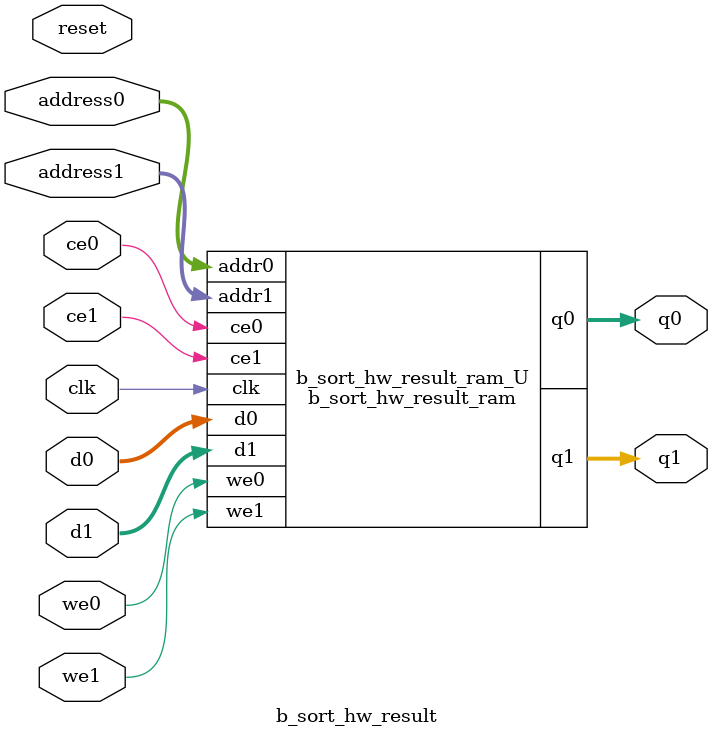
<source format=v>
`timescale 1 ns / 1 ps
module b_sort_hw_result_ram (addr0, ce0, d0, we0, q0, addr1, ce1, d1, we1, q1,  clk);

parameter DWIDTH = 32;
parameter AWIDTH = 4;
parameter MEM_SIZE = 10;

input[AWIDTH-1:0] addr0;
input ce0;
input[DWIDTH-1:0] d0;
input we0;
output reg[DWIDTH-1:0] q0;
input[AWIDTH-1:0] addr1;
input ce1;
input[DWIDTH-1:0] d1;
input we1;
output reg[DWIDTH-1:0] q1;
input clk;

(* ram_style = "block" *)reg [DWIDTH-1:0] ram[0:MEM_SIZE-1];




always @(posedge clk)  
begin 
    if (ce0) 
    begin
        if (we0) 
        begin 
            ram[addr0] <= d0; 
        end 
        q0 <= ram[addr0];
    end
end


always @(posedge clk)  
begin 
    if (ce1) 
    begin
        if (we1) 
        begin 
            ram[addr1] <= d1; 
        end 
        q1 <= ram[addr1];
    end
end


endmodule

`timescale 1 ns / 1 ps
module b_sort_hw_result(
    reset,
    clk,
    address0,
    ce0,
    we0,
    d0,
    q0,
    address1,
    ce1,
    we1,
    d1,
    q1);

parameter DataWidth = 32'd32;
parameter AddressRange = 32'd10;
parameter AddressWidth = 32'd4;
input reset;
input clk;
input[AddressWidth - 1:0] address0;
input ce0;
input we0;
input[DataWidth - 1:0] d0;
output[DataWidth - 1:0] q0;
input[AddressWidth - 1:0] address1;
input ce1;
input we1;
input[DataWidth - 1:0] d1;
output[DataWidth - 1:0] q1;



b_sort_hw_result_ram b_sort_hw_result_ram_U(
    .clk( clk ),
    .addr0( address0 ),
    .ce0( ce0 ),
    .we0( we0 ),
    .d0( d0 ),
    .q0( q0 ),
    .addr1( address1 ),
    .ce1( ce1 ),
    .we1( we1 ),
    .d1( d1 ),
    .q1( q1 ));

endmodule


</source>
